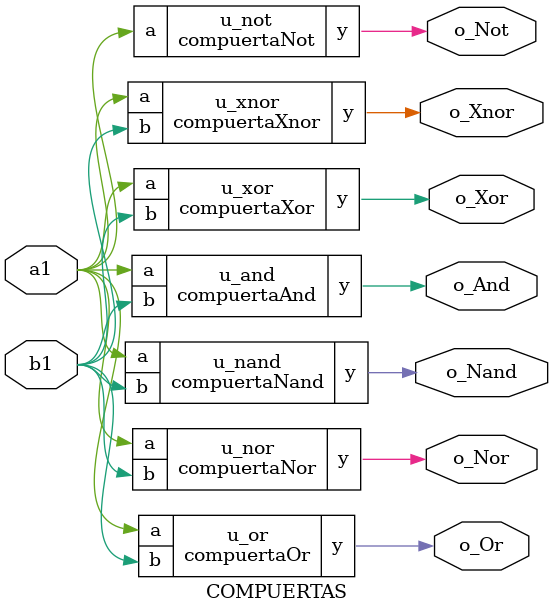
<source format=v>

module compuertaAnd (input a, input b, output y);
assign y = a & b;
endmodule

module compuertaNot (input a, output y);
assign y = ~a;
endmodule

module compuertaNand (input a, input b, output y);
assign y = ~(a & b);
endmodule

module compuertaOr (input a, input b, output y);
assign y = a | b ;
endmodule


module compuertaNor (input a, input b, output y);
assign y = ~ (a | b ) ;
endmodule


module compuertaXor (input a, input b, output y);
assign y = a ^ b ;
endmodule

module compuertaXnor (input a, input b, output y);
assign y = ~(a ^ b) ;
endmodule

module COMPUERTAS (input a1, input b1, output o_And, output o_Not, output o_Nand, output o_Or, output o_Nor , output o_Xor, output o_Xnor);
compuertaAnd u_and(.a(a1), .b(b1), .y(o_And));
compuertaNot u_not(.a(a1), .y(o_Not)); 
compuertaNand u_nand(.a(a1), .b(b1), .y(o_Nand));
compuertaOr u_or(.a(a1), .b(b1), .y(o_Or));
compuertaNor u_nor(.a(a1), .b(b1), .y(o_Nor));
compuertaXor u_xor(.a(a1), .b(b1), .y(o_Xor));
compuertaXnor u_xnor(.a(a1), .b(b1), .y(o_Xnor));

endmodule

</source>
